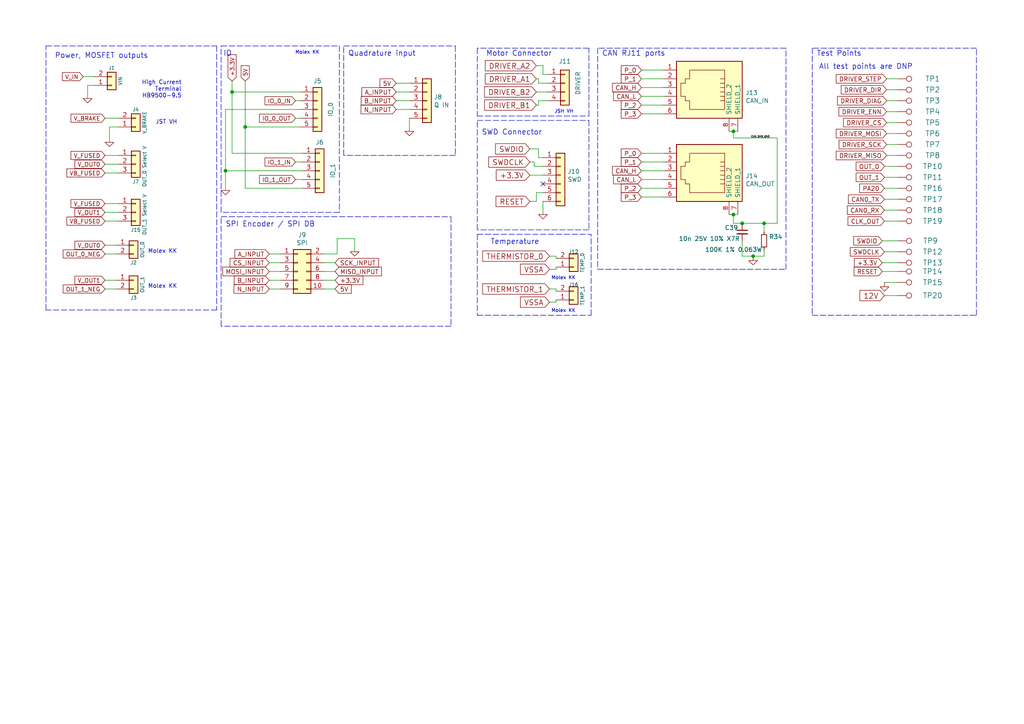
<source format=kicad_sch>
(kicad_sch (version 20211123) (generator eeschema)
  (paper "A4")
  (title_block (title "Duet 3 Expansion 1HCL") (date "2023-05-15") (rev "1.0a - AA-02-01") (company "Duet3D") (comment 1 "(c) Duet3D") (comment 2 "www.duet3d.com"))
  (lib_symbols
    (symbol "Connector:TestPoint" (pin_numbers hide) (pin_names (offset 0.762) hide)
      (property "Reference" "TP" (at 0 6.858 0))
      (property "Value" "TestPoint" (at 0 5.08 0))
      (symbol "TestPoint_0_1"
        (circle (center 0 3.302) (radius 0.762))
      )
      (symbol "TestPoint_1_1"
        (pin passive line (at 0 0 90) (length 2.54) (name "1") (number "1"))
      )
    )
    (symbol "Connector_Generic:Conn_01x02" (pin_names (offset 1.016) hide)
      (property "Reference" "J" (at 0 2.54 0))
      (property "Value" "Conn_01x02" (at 0 -5.08 0))
      (symbol "Conn_01x02_1_1"
        (rectangle (start -1.27 -2.413) (end 0 -2.667) (stroke (width 0.1524)))
        (rectangle (start -1.27 0.127) (end 0 -0.127) (stroke (width 0.1524)))
        (rectangle (start -1.27 1.27) (end 1.27 -3.81) (stroke (width 0.254)) (fill (type background)))
        (pin passive line (at -5.08 0 0) (length 3.81) (name "Pin_1") (number "1"))
        (pin passive line (at -5.08 -2.54 0) (length 3.81) (name "Pin_2") (number "2"))
      )
    )
    (symbol "Connector_Generic:Conn_01x03" (pin_names (offset 1.016) hide)
      (property "Reference" "J" (at 0 5.08 0))
      (property "Value" "Conn_01x03" (at 0 -5.08 0))
      (symbol "Conn_01x03_1_1"
        (rectangle (start -1.27 -2.413) (end 0 -2.667) (stroke (width 0.1524)))
        (rectangle (start -1.27 0.127) (end 0 -0.127) (stroke (width 0.1524)))
        (rectangle (start -1.27 2.667) (end 0 2.413) (stroke (width 0.1524)))
        (rectangle (start -1.27 3.81) (end 1.27 -3.81) (stroke (width 0.254)) (fill (type background)))
        (pin passive line (at -5.08 2.54 0) (length 3.81) (name "Pin_1") (number "1"))
        (pin passive line (at -5.08 0 0) (length 3.81) (name "Pin_2") (number "2"))
        (pin passive line (at -5.08 -2.54 0) (length 3.81) (name "Pin_3") (number "3"))
      )
    )
    (symbol "Connector_Generic:Conn_01x04" (pin_names (offset 1.016) hide)
      (property "Reference" "J" (at 0 5.08 0))
      (property "Value" "Conn_01x04" (at 0 -7.62 0))
      (symbol "Conn_01x04_1_1"
        (rectangle (start -1.27 -4.953) (end 0 -5.207) (stroke (width 0.1524)))
        (rectangle (start -1.27 -2.413) (end 0 -2.667) (stroke (width 0.1524)))
        (rectangle (start -1.27 0.127) (end 0 -0.127) (stroke (width 0.1524)))
        (rectangle (start -1.27 2.667) (end 0 2.413) (stroke (width 0.1524)))
        (rectangle (start -1.27 3.81) (end 1.27 -6.35) (stroke (width 0.254)) (fill (type background)))
        (pin passive line (at -5.08 2.54 0) (length 3.81) (name "Pin_1") (number "1"))
        (pin passive line (at -5.08 0 0) (length 3.81) (name "Pin_2") (number "2"))
        (pin passive line (at -5.08 -2.54 0) (length 3.81) (name "Pin_3") (number "3"))
        (pin passive line (at -5.08 -5.08 0) (length 3.81) (name "Pin_4") (number "4"))
      )
    )
    (symbol "Connector_Generic:Conn_01x05" (pin_names (offset 1.016) hide)
      (property "Reference" "J" (at 0 7.62 0))
      (property "Value" "Conn_01x05" (at 0 -7.62 0))
      (symbol "Conn_01x05_1_1"
        (rectangle (start -1.27 -4.953) (end 0 -5.207) (stroke (width 0.1524)))
        (rectangle (start -1.27 -2.413) (end 0 -2.667) (stroke (width 0.1524)))
        (rectangle (start -1.27 0.127) (end 0 -0.127) (stroke (width 0.1524)))
        (rectangle (start -1.27 2.667) (end 0 2.413) (stroke (width 0.1524)))
        (rectangle (start -1.27 5.207) (end 0 4.953) (stroke (width 0.1524)))
        (rectangle (start -1.27 6.35) (end 1.27 -6.35) (stroke (width 0.254)) (fill (type background)))
        (pin passive line (at -5.08 5.08 0) (length 3.81) (name "Pin_1") (number "1"))
        (pin passive line (at -5.08 2.54 0) (length 3.81) (name "Pin_2") (number "2"))
        (pin passive line (at -5.08 0 0) (length 3.81) (name "Pin_3") (number "3"))
        (pin passive line (at -5.08 -2.54 0) (length 3.81) (name "Pin_4") (number "4"))
        (pin passive line (at -5.08 -5.08 0) (length 3.81) (name "Pin_5") (number "5"))
      )
    )
    (symbol "Connector_Generic:Conn_01x06" (pin_names (offset 1.016) hide)
      (property "Reference" "J" (at 0 7.62 0))
      (property "Value" "Conn_01x06" (at 0 -10.16 0))
      (symbol "Conn_01x06_1_1"
        (rectangle (start -1.27 -7.493) (end 0 -7.747) (stroke (width 0.1524)))
        (rectangle (start -1.27 -4.953) (end 0 -5.207) (stroke (width 0.1524)))
        (rectangle (start -1.27 -2.413) (end 0 -2.667) (stroke (width 0.1524)))
        (rectangle (start -1.27 0.127) (end 0 -0.127) (stroke (width 0.1524)))
        (rectangle (start -1.27 2.667) (end 0 2.413) (stroke (width 0.1524)))
        (rectangle (start -1.27 5.207) (end 0 4.953) (stroke (width 0.1524)))
        (rectangle (start -1.27 6.35) (end 1.27 -8.89) (stroke (width 0.254)) (fill (type background)))
        (pin passive line (at -5.08 5.08 0) (length 3.81) (name "Pin_1") (number "1"))
        (pin passive line (at -5.08 2.54 0) (length 3.81) (name "Pin_2") (number "2"))
        (pin passive line (at -5.08 0 0) (length 3.81) (name "Pin_3") (number "3"))
        (pin passive line (at -5.08 -2.54 0) (length 3.81) (name "Pin_4") (number "4"))
        (pin passive line (at -5.08 -5.08 0) (length 3.81) (name "Pin_5") (number "5"))
        (pin passive line (at -5.08 -7.62 0) (length 3.81) (name "Pin_6") (number "6"))
      )
    )
    (symbol "Connector_Generic:Conn_02x05_Odd_Even" (pin_names (offset 1.016) hide)
      (property "Reference" "J" (at 1.27 7.62 0))
      (property "Value" "Conn_02x05_Odd_Even" (at 1.27 -7.62 0))
      (symbol "Conn_02x05_Odd_Even_1_1"
        (rectangle (start -1.27 -4.953) (end 0 -5.207) (stroke (width 0.1524)))
        (rectangle (start -1.27 -2.413) (end 0 -2.667) (stroke (width 0.1524)))
        (rectangle (start -1.27 0.127) (end 0 -0.127) (stroke (width 0.1524)))
        (rectangle (start -1.27 2.667) (end 0 2.413) (stroke (width 0.1524)))
        (rectangle (start -1.27 5.207) (end 0 4.953) (stroke (width 0.1524)))
        (rectangle (start -1.27 6.35) (end 3.81 -6.35) (stroke (width 0.254)) (fill (type background)))
        (rectangle (start 3.81 -4.953) (end 2.54 -5.207) (stroke (width 0.1524)))
        (rectangle (start 3.81 -2.413) (end 2.54 -2.667) (stroke (width 0.1524)))
        (rectangle (start 3.81 0.127) (end 2.54 -0.127) (stroke (width 0.1524)))
        (rectangle (start 3.81 2.667) (end 2.54 2.413) (stroke (width 0.1524)))
        (rectangle (start 3.81 5.207) (end 2.54 4.953) (stroke (width 0.1524)))
        (pin passive line (at -5.08 5.08 0) (length 3.81) (name "Pin_1") (number "1"))
        (pin passive line (at 7.62 -5.08 180) (length 3.81) (name "Pin_10") (number "10"))
        (pin passive line (at 7.62 5.08 180) (length 3.81) (name "Pin_2") (number "2"))
        (pin passive line (at -5.08 2.54 0) (length 3.81) (name "Pin_3") (number "3"))
        (pin passive line (at 7.62 2.54 180) (length 3.81) (name "Pin_4") (number "4"))
        (pin passive line (at -5.08 0 0) (length 3.81) (name "Pin_5") (number "5"))
        (pin passive line (at 7.62 0 180) (length 3.81) (name "Pin_6") (number "6"))
        (pin passive line (at -5.08 -2.54 0) (length 3.81) (name "Pin_7") (number "7"))
        (pin passive line (at 7.62 -2.54 180) (length 3.81) (name "Pin_8") (number "8"))
        (pin passive line (at -5.08 -5.08 0) (length 3.81) (name "Pin_9") (number "9"))
      )
    )
    (symbol "Device:C_Small" (pin_numbers hide) (pin_names (offset 0.254) hide)
      (property "Reference" "C" (at 0.254 1.778 0))
      (property "Value" "C_Small" (at 0.254 -2.032 0))
      (symbol "C_Small_0_1"
        (polyline (pts (xy -1.524 -0.508) (xy 1.524 -0.508)) (stroke (width 0.3302)))
        (polyline (pts (xy -1.524 0.508) (xy 1.524 0.508)) (stroke (width 0.3048)))
      )
      (symbol "C_Small_1_1"
        (pin passive line (at 0 2.54 270) (length 2.032) (name "~") (number "1"))
        (pin passive line (at 0 -2.54 90) (length 2.032) (name "~") (number "2"))
      )
    )
    (symbol "Device:R_Small" (pin_numbers hide) (pin_names (offset 0.254) hide)
      (property "Reference" "R" (at 0.762 0.508 0))
      (property "Value" "R_Small" (at 0.762 -1.016 0))
      (symbol "R_Small_0_1"
        (rectangle (start -0.762 1.778) (end 0.762 -1.778) (stroke (width 0.2032)))
      )
      (symbol "R_Small_1_1"
        (pin passive line (at 0 2.54 270) (length 0.762) (name "~") (number "1"))
        (pin passive line (at 0 -2.54 90) (length 0.762) (name "~") (number "2"))
      )
    )
    (symbol "Duet3:GND" (power) (pin_numbers hide) (pin_names (offset 0) hide)
      (symbol "GND_0_1"
        (polyline (pts (xy -1.27 0) (xy 0 -1.27) (xy 1.27 0) (xy -1.27 0)))
      )
      (symbol "GND_1_1"
        (pin power_in line (at 0 0 90) (length 0) hide (name "GND") (number "1"))
      )
    )
    (symbol "Duet3:RJ12-Connector_Specialized" (pin_names (offset 1.016))
      (property "Reference" "J" (at 5.08 12.7 0))
      (property "Value" "RJ12-Connector_Specialized" (at -3.81 12.7 0))
      (symbol "RJ12-Connector_Specialized_0_1"
        (polyline (pts (xy -2.54 6.35) (xy -2.54 5.08) (xy -2.54 5.08)))
        (polyline (pts (xy -1.27 6.35) (xy -1.27 5.08) (xy -1.27 5.08)))
        (polyline (pts (xy 0 6.35) (xy 0 5.08) (xy 0 5.08)))
        (polyline (pts (xy 1.27 6.35) (xy 1.27 5.08) (xy 1.27 5.08)))
        (polyline (pts (xy 2.54 6.35) (xy 2.54 5.08) (xy 2.54 5.08)))
        (polyline (pts (xy 3.81 5.08) (xy 3.81 6.35) (xy 3.81 6.35)))
        (polyline (pts (xy -5.08 6.35) (xy 6.35 6.35) (xy 6.35 -3.81) (xy 3.81 -3.81) (xy 3.81 -5.08) (xy 2.54 -5.08) (xy 2.54 -6.35) (xy -1.27 -6.35) (xy -1.27 -5.08) (xy -2.54 -5.08) (xy -2.54 -3.81) (xy -5.08 -3.81) (xy -5.08 6.35) (xy -5.08 6.35)))
        (rectangle (start 8.89 -7.62) (end -7.62 11.43) (stroke (width 0.254)) (fill (type background)))
      )
      (symbol "RJ12-Connector_Specialized_1_1"
        (pin passive line (at -5.08 -11.43 90) (length 3.81) (name "~") (number "1"))
        (pin passive line (at -2.54 -11.43 90) (length 3.81) (name "~") (number "2"))
        (pin passive line (at 0 -11.43 90) (length 3.81) (name "~") (number "3"))
        (pin passive line (at 2.54 -11.43 90) (length 3.81) (name "~") (number "4"))
        (pin passive line (at 5.08 -11.43 90) (length 3.81) (name "~") (number "5"))
        (pin passive line (at 7.62 -11.43 90) (length 3.81) (name "~") (number "6"))
        (pin passive line (at 12.7 10.16 180) (length 3.81) (name "SHIELD_1") (number "7"))
        (pin passive line (at 12.7 7.62 180) (length 3.81) (name "SHIELD_2") (number "8"))
      )
    )
    (symbol "GND_1" (power) (pin_numbers hide) (pin_names (offset 0) hide)
      (property "Value" "GND_1" (at 0 -3.81 0))
      (symbol "GND_1_0_1"
        (polyline (pts (xy 0 0) (xy 0 -1.27) (xy 1.27 -1.27) (xy 0 -2.54) (xy -1.27 -1.27) (xy 0 -1.27)))
      )
      (symbol "GND_1_1_1"
        (pin power_in line (at 0 0 270) (length 0) hide (name "GND") (number "1"))
      )
    )
    (symbol "GND_2" (power) (pin_numbers hide) (pin_names (offset 0) hide)
      (symbol "GND_2_0_1"
        (polyline (pts (xy -1.27 0) (xy 0 -1.27) (xy 1.27 0) (xy -1.27 0)))
      )
      (symbol "GND_2_1_1"
        (pin power_in line (at 0 0 90) (length 0) hide (name "GND") (number "1"))
      )
    )
    (symbol "GND_3" (power) (pin_numbers hide) (pin_names (offset 0) hide)
      (symbol "GND_3_0_1"
        (polyline (pts (xy -1.27 0) (xy 0 -1.27) (xy 1.27 0) (xy -1.27 0)))
      )
      (symbol "GND_3_1_1"
        (pin power_in line (at 0 0 90) (length 0) hide (name "GND") (number "1"))
      )
    )
    (symbol "GND_4" (power) (pin_numbers hide) (pin_names (offset 0) hide)
      (symbol "GND_4_0_1"
        (polyline (pts (xy -1.27 0) (xy 0 -1.27) (xy 1.27 0) (xy -1.27 0)))
      )
      (symbol "GND_4_1_1"
        (pin power_in line (at 0 0 90) (length 0) hide (name "GND") (number "1"))
      )
    )
    (symbol "GND_5" (power) (pin_numbers hide) (pin_names (offset 0) hide)
      (symbol "GND_5_0_1"
        (polyline (pts (xy -1.27 0) (xy 0 -1.27) (xy 1.27 0) (xy -1.27 0)))
      )
      (symbol "GND_5_1_1"
        (pin power_in line (at 0 0 90) (length 0) hide (name "GND") (number "1"))
      )
    )
    (symbol "GND_6" (power) (pin_numbers hide) (pin_names (offset 0) hide)
      (symbol "GND_6_0_1"
        (polyline (pts (xy -1.27 0) (xy 0 -1.27) (xy 1.27 0) (xy -1.27 0)))
      )
      (symbol "GND_6_1_1"
        (pin power_in line (at 0 0 90) (length 0) hide (name "GND") (number "1"))
      )
    )
    (symbol "power:GND" (power) (pin_numbers hide) (pin_names (offset 0) hide)
      (property "Value" "GND" (at 0 -3.81 0))
      (symbol "GND_0_1"
        (polyline (pts (xy 0 0) (xy 0 -1.27) (xy 1.27 -1.27) (xy 0 -2.54) (xy -1.27 -1.27) (xy 0 -1.27)))
      )
      (symbol "GND_1_1"
        (pin power_in line (at 0 0 270) (length 0) hide (name "GND") (number "1"))
      )
    )
  )
  (junction (at 218.44 74.295))
  (junction (at 71.12 36.83))
  (junction (at 67.31 26.67))
  (junction (at 212.725 62.23))
  (junction (at 221.615 64.77))
  (junction (at 212.725 38.1))
  (junction (at 215.265 64.77))
  (junction (at 65.405 49.53))
  (no_connect (at 157.48 53.34))
  (wire (pts (xy 153.67 58.42) (xy 155.575 58.42)))
  (wire (pts (xy 25.4 24.765) (xy 27.305 24.765)))
  (wire (pts (xy 215.265 69.85) (xy 215.265 74.295)))
  (wire (pts (xy 161.29 83.82) (xy 161.29 84.455)))
  (polyline (pts (xy 227.965 13.97) (xy 173.355 13.97)))
  (wire (pts (xy 78.105 78.74) (xy 81.28 78.74)))
  (polyline (pts (xy 98.425 13.335) (xy 98.425 61.595)))
  (wire (pts (xy 65.405 31.75) (xy 65.405 49.53)))
  (wire (pts (xy 260.35 26.035) (xy 257.175 26.035)))
  (wire (pts (xy 212.725 40.005) (xy 212.725 38.1)))
  (wire (pts (xy 81.28 73.66) (xy 78.105 73.66)))
  (wire (pts (xy 260.35 41.91) (xy 257.175 41.91)))
  (wire (pts (xy 85.725 46.99) (xy 87.63 46.99)))
  (wire (pts (xy 114.935 31.75) (xy 118.745 31.75)))
  (wire (pts (xy 97.155 83.82) (xy 93.98 83.82)))
  (polyline (pts (xy 173.355 78.105) (xy 227.965 78.105)))
  (polyline (pts (xy 283.21 91.44) (xy 283.21 13.97)))
  (wire (pts (xy 260.35 64.135) (xy 256.54 64.135)))
  (polyline (pts (xy 130.81 62.865) (xy 130.81 94.615)))
  (polyline (pts (xy 173.355 13.97) (xy 173.355 78.105)))
  (wire (pts (xy 155.575 26.67) (xy 158.75 26.67)))
  (wire (pts (xy 97.155 78.74) (xy 93.98 78.74)))
  (polyline (pts (xy 138.43 67.945) (xy 171.45 67.945)))
  (wire (pts (xy 155.575 19.05) (xy 157.48 19.05)))
  (polyline (pts (xy 64.135 94.615) (xy 64.135 62.865)))
  (wire (pts (xy 67.31 44.45) (xy 67.31 26.67)))
  (polyline (pts (xy 62.865 13.335) (xy 62.865 89.916)))
  (wire (pts (xy 155.575 55.88) (xy 157.48 55.88)))
  (wire (pts (xy 156.21 24.13) (xy 156.21 22.86)))
  (wire (pts (xy 102.87 69.215) (xy 97.79 69.215)))
  (polyline (pts (xy 64.135 62.865) (xy 130.81 62.865)))
  (polyline (pts (xy 132.08 45.085) (xy 99.695 45.085)))
  (polyline (pts (xy 98.425 61.595) (xy 64.135 61.595)))
  (wire (pts (xy 30.48 81.28) (xy 33.655 81.28)))
  (wire (pts (xy 260.35 69.85) (xy 255.905 69.85)))
  (wire (pts (xy 86.995 34.29) (xy 85.725 34.29)))
  (wire (pts (xy 186.055 49.53) (xy 192.405 49.53)))
  (polyline (pts (xy 171.45 91.44) (xy 171.45 67.945)))
  (polyline (pts (xy 138.43 67.945) (xy 138.43 91.44)))
  (wire (pts (xy 102.87 69.215) (xy 102.87 73.025)))
  (wire (pts (xy 34.29 34.29) (xy 30.48 34.29)))
  (wire (pts (xy 93.98 76.2) (xy 97.155 76.2)))
  (polyline (pts (xy 170.815 33.655) (xy 170.815 13.97)))
  (wire (pts (xy 30.48 61.595) (xy 34.29 61.595)))
  (wire (pts (xy 118.745 34.29) (xy 118.745 38.1)))
  (wire (pts (xy 34.29 36.83) (xy 31.75 36.83)))
  (polyline (pts (xy 62.865 89.916) (xy 13.335 89.916)))
  (polyline (pts (xy 170.815 34.925) (xy 170.815 66.675)))
  (wire (pts (xy 30.48 73.66) (xy 33.655 73.66)))
  (wire (pts (xy 86.995 29.21) (xy 85.725 29.21)))
  (wire (pts (xy 34.29 50.165) (xy 30.48 50.165)))
  (wire (pts (xy 212.725 62.23) (xy 212.725 64.77)))
  (polyline (pts (xy 235.585 13.97) (xy 235.585 91.44)))
  (wire (pts (xy 186.055 33.02) (xy 192.405 33.02)))
  (wire (pts (xy 260.35 29.21) (xy 257.175 29.21)))
  (wire (pts (xy 71.12 54.61) (xy 87.63 54.61)))
  (polyline (pts (xy 138.43 13.97) (xy 138.43 33.655)))
  (wire (pts (xy 260.35 45.085) (xy 257.175 45.085)))
  (wire (pts (xy 114.935 24.13) (xy 118.745 24.13)))
  (polyline (pts (xy 170.815 66.675) (xy 138.43 66.675)))
  (wire (pts (xy 186.055 54.61) (xy 192.405 54.61)))
  (wire (pts (xy 30.48 47.625) (xy 34.29 47.625)))
  (wire (pts (xy 260.35 35.56) (xy 257.175 35.56)))
  (wire (pts (xy 156.21 43.18) (xy 153.67 43.18)))
  (wire (pts (xy 81.28 81.28) (xy 78.105 81.28)))
  (polyline (pts (xy 138.43 33.655) (xy 170.815 33.655)))
  (wire (pts (xy 114.935 26.67) (xy 118.745 26.67)))
  (wire (pts (xy 256.54 60.96) (xy 260.35 60.96)))
  (wire (pts (xy 67.31 44.45) (xy 87.63 44.45)))
  (wire (pts (xy 186.055 25.4) (xy 192.405 25.4)))
  (wire (pts (xy 256.54 81.915) (xy 260.35 81.915)))
  (wire (pts (xy 221.615 64.77) (xy 225.425 64.77)))
  (wire (pts (xy 65.405 31.75) (xy 86.995 31.75)))
  (wire (pts (xy 155.575 58.42) (xy 155.575 55.88)))
  (wire (pts (xy 154.94 48.26) (xy 154.94 46.99)))
  (wire (pts (xy 186.055 22.86) (xy 192.405 22.86)))
  (wire (pts (xy 186.055 27.94) (xy 192.405 27.94)))
  (wire (pts (xy 186.055 30.48) (xy 192.405 30.48)))
  (polyline (pts (xy 99.695 45.085) (xy 99.695 13.335)))
  (wire (pts (xy 221.615 67.31) (xy 221.615 64.77)))
  (wire (pts (xy 30.48 83.82) (xy 33.655 83.82)))
  (wire (pts (xy 215.265 74.295) (xy 218.44 74.295)))
  (wire (pts (xy 30.48 45.085) (xy 34.29 45.085)))
  (wire (pts (xy 215.265 64.77) (xy 221.615 64.77)))
  (wire (pts (xy 221.615 74.295) (xy 221.615 72.39)))
  (wire (pts (xy 212.725 62.23) (xy 213.995 62.23)))
  (wire (pts (xy 157.48 50.8) (xy 153.67 50.8)))
  (wire (pts (xy 24.13 22.225) (xy 27.305 22.225)))
  (wire (pts (xy 159.385 83.82) (xy 161.29 83.82)))
  (wire (pts (xy 186.055 44.45) (xy 192.405 44.45)))
  (wire (pts (xy 211.455 38.1) (xy 212.725 38.1)))
  (wire (pts (xy 260.35 76.2) (xy 255.905 76.2)))
  (wire (pts (xy 256.54 54.61) (xy 260.35 54.61)))
  (polyline (pts (xy 13.335 89.916) (xy 13.335 13.335)))
  (wire (pts (xy 71.12 23.495) (xy 71.12 36.83)))
  (wire (pts (xy 87.63 52.07) (xy 85.725 52.07)))
  (wire (pts (xy 67.31 26.67) (xy 86.995 26.67)))
  (wire (pts (xy 161.29 74.295) (xy 161.29 74.93)))
  (wire (pts (xy 158.75 29.21) (xy 156.21 29.21)))
  (wire (pts (xy 186.055 20.32) (xy 192.405 20.32)))
  (wire (pts (xy 211.455 62.23) (xy 212.725 62.23)))
  (wire (pts (xy 161.29 87.63) (xy 161.29 86.995)))
  (wire (pts (xy 156.21 29.21) (xy 156.21 30.48)))
  (wire (pts (xy 97.155 81.28) (xy 93.98 81.28)))
  (wire (pts (xy 225.425 40.005) (xy 212.725 40.005)))
  (polyline (pts (xy 64.135 13.335) (xy 98.425 13.335)))
  (polyline (pts (xy 99.695 13.335) (xy 132.08 13.335)))
  (wire (pts (xy 260.35 32.385) (xy 257.175 32.385)))
  (wire (pts (xy 97.79 69.215) (xy 97.79 73.66)))
  (wire (pts (xy 186.055 52.07) (xy 192.405 52.07)))
  (wire (pts (xy 155.575 22.86) (xy 156.21 22.86)))
  (wire (pts (xy 154.94 46.99) (xy 153.67 46.99)))
  (wire (pts (xy 256.54 85.725) (xy 260.35 85.725)))
  (wire (pts (xy 78.105 76.2) (xy 81.28 76.2)))
  (wire (pts (xy 158.75 24.13) (xy 156.21 24.13)))
  (wire (pts (xy 71.12 36.83) (xy 71.12 54.61)))
  (wire (pts (xy 157.48 58.42) (xy 157.48 62.23)))
  (wire (pts (xy 156.21 30.48) (xy 155.575 30.48)))
  (wire (pts (xy 218.44 74.295) (xy 221.615 74.295)))
  (wire (pts (xy 78.105 83.82) (xy 81.28 83.82)))
  (wire (pts (xy 256.54 73.025) (xy 260.35 73.025)))
  (wire (pts (xy 156.21 45.72) (xy 156.21 43.18)))
  (wire (pts (xy 67.31 23.495) (xy 67.31 26.67)))
  (wire (pts (xy 212.725 38.1) (xy 213.995 38.1)))
  (wire (pts (xy 161.29 78.105) (xy 161.29 77.47)))
  (wire (pts (xy 159.385 74.295) (xy 161.29 74.295)))
  (wire (pts (xy 30.48 71.12) (xy 33.655 71.12)))
  (wire (pts (xy 260.35 38.735) (xy 257.175 38.735)))
  (polyline (pts (xy 13.335 13.335) (xy 62.865 13.335)))
  (wire (pts (xy 159.385 78.105) (xy 161.29 78.105)))
  (wire (pts (xy 157.48 48.26) (xy 154.94 48.26)))
  (wire (pts (xy 225.425 64.77) (xy 225.425 40.005)))
  (wire (pts (xy 25.4 28.575) (xy 25.4 24.765)))
  (wire (pts (xy 159.385 87.63) (xy 161.29 87.63)))
  (polyline (pts (xy 170.815 13.97) (xy 138.43 13.97)))
  (polyline (pts (xy 138.43 66.675) (xy 138.43 34.925)))
  (polyline (pts (xy 235.585 91.44) (xy 283.21 91.44)))
  (wire (pts (xy 212.725 64.77) (xy 215.265 64.77)))
  (polyline (pts (xy 283.21 13.97) (xy 235.585 13.97)))
  (wire (pts (xy 186.055 57.15) (xy 192.405 57.15)))
  (wire (pts (xy 71.12 36.83) (xy 86.995 36.83)))
  (wire (pts (xy 30.48 59.055) (xy 34.29 59.055)))
  (wire (pts (xy 157.48 45.72) (xy 156.21 45.72)))
  (polyline (pts (xy 130.81 94.615) (xy 64.135 94.615)))
  (wire (pts (xy 65.405 49.53) (xy 65.405 55.245)))
  (wire (pts (xy 260.35 57.785) (xy 256.54 57.785)))
  (polyline (pts (xy 64.135 61.595) (xy 64.135 13.335)))
  (wire (pts (xy 31.75 36.83) (xy 31.75 41.275)))
  (wire (pts (xy 34.29 64.135) (xy 30.48 64.135)))
  (wire (pts (xy 97.79 73.66) (xy 93.98 73.66)))
  (wire (pts (xy 87.63 49.53) (xy 65.405 49.53)))
  (polyline (pts (xy 227.965 78.105) (xy 227.965 13.97)))
  (polyline (pts (xy 138.43 34.925) (xy 170.815 34.925)))
  (wire (pts (xy 157.48 19.05) (xy 157.48 21.59)))
  (wire (pts (xy 157.48 21.59) (xy 158.75 21.59)))
  (wire (pts (xy 186.055 46.99) (xy 192.405 46.99)))
  (wire (pts (xy 118.745 29.21) (xy 114.935 29.21)))
  (polyline (pts (xy 138.43 91.44) (xy 171.45 91.44)))
  (wire (pts (xy 260.35 78.74) (xy 255.905 78.74)))
  (polyline (pts (xy 132.08 13.335) (xy 132.08 45.085)))
  (wire (pts (xy 260.35 48.26) (xy 256.54 48.26)))
  (wire (pts (xy 260.35 51.435) (xy 256.54 51.435)))
  (wire (pts (xy 260.35 22.86) (xy 257.175 22.86)))
  (text "Motor Connector" (at 140.97 16.51 0) (effects (font (size 1.524 1.524)) (justify left bottom)))
  (text "JSH VH" (at 166.37 33.02 180) (effects (font (size 0.9906 0.9906)) (justify right bottom)))
  (text "All test points are DNP" (at 237.49 20.32 0) (effects (font (size 1.524 1.524)) (justify left bottom)))
  (text "Power, MOSFET outputs" (at 15.875 17.145 0) (effects (font (size 1.524 1.524)) (justify left bottom)))
  (text "High Current\nTerminal\nHB9500-9.5" (at 52.705 28.575 180) (effects (font (size 1.1938 1.1938)) (justify right bottom)))
  (text "JST VH" (at 51.435 36.195 180) (effects (font (size 1.1938 1.1938)) (justify right bottom)))
  (text "Molex KK" (at 92.71 15.875 180) (effects (font (size 0.9906 0.9906)) (justify right bottom)))
  (text "Test Points" (at 236.855 16.51 0) (effects (font (size 1.524 1.524)) (justify left bottom)))
  (text "Molex KK" (at 167.005 81.28 180) (effects (font (size 0.9906 0.9906)) (justify right bottom)))
  (text "SPI Encoder / SPI DB" (at 65.405 66.04 0) (effects (font (size 1.524 1.524)) (justify left bottom)))
  (text "Quadrature input" (at 100.965 16.51 0) (effects (font (size 1.524 1.524)) (justify left bottom)))
  (text "Molex KK" (at 167.005 90.805 180) (effects (font (size 0.9906 0.9906)) (justify right bottom)))
  (text "CAN RJ11 ports" (at 174.625 16.51 0) (effects (font (size 1.524 1.524)) (justify left bottom)))
  (text "Temperature" (at 142.24 71.12 0) (effects (font (size 1.524 1.524)) (justify left bottom)))
  (text "IO" (at 64.77 16.51 0) (effects (font (size 1.524 1.524)) (justify left bottom)))
  (text "Molex KK" (at 51.435 73.66 180) (effects (font (size 1.1938 1.1938)) (justify right bottom)))
  (text "Molex KK" (at 51.435 83.82 180) (effects (font (size 1.1938 1.1938)) (justify right bottom)))
  (text "SWD Connector " (at 139.7 39.37 0) (effects (font (size 1.524 1.524)) (justify left bottom)))
  (label "CAN_SHD_GND" (at 217.805 40.005 0) (effects (font (size 0.508 0.508))))
  (global_label "DRIVER_STEP" (shape input) (at 257.175 22.86 180) (property "Intersheet References" "${INTERSHEET_REFS}" (effects hide)))
  (global_label "A_INPUT" (shape input) (at 78.105 73.66 180) (property "Intersheet References" "${INTERSHEET_REFS}" (effects hide)))
  (global_label "VSSA" (shape input) (at 159.385 87.63 180) (effects (font (size 1.524 1.524))) (property "Intersheet References" "${INTERSHEET_REFS}" (effects hide)))
  (global_label "V_OUT0" (shape input) (at 30.48 71.12 180) (effects (font (size 1.1938 1.1938))) (property "Intersheet References" "${INTERSHEET_REFS}" (effects hide)))
  (global_label "DRIVER_MISO" (shape input) (at 257.175 45.085 180) (property "Intersheet References" "${INTERSHEET_REFS}" (effects hide)))
  (global_label "VB_FUSED" (shape input) (at 30.48 50.165 180) (effects (font (size 1.1938 1.1938))) (property "Intersheet References" "${INTERSHEET_REFS}" (effects hide)))
  (global_label "SWDIO" (shape input) (at 153.67 43.18 180) (effects (font (size 1.524 1.524))) (property "Intersheet References" "${INTERSHEET_REFS}" (effects hide)))
  (global_label "SCK_INPUT" (shape input) (at 97.155 76.2 0) (property "Intersheet References" "${INTERSHEET_REFS}" (effects hide)))
  (global_label "IO_1_IN" (shape input) (at 85.725 46.99 180) (effects (font (size 1.1938 1.1938))) (property "Intersheet References" "${INTERSHEET_REFS}" (effects hide)))
  (global_label "CS_INPUT" (shape input) (at 78.105 76.2 180) (property "Intersheet References" "${INTERSHEET_REFS}" (effects hide)))
  (global_label "V_BRAKE" (shape input) (at 30.48 34.29 180) (effects (font (size 1.1938 1.1938))) (property "Intersheet References" "${INTERSHEET_REFS}" (effects hide)))
  (global_label "CAN_H" (shape input) (at 186.055 25.4 180) (property "Intersheet References" "${INTERSHEET_REFS}" (effects hide)))
  (global_label "PA20" (shape input) (at 256.54 54.61 180) (property "Intersheet References" "${INTERSHEET_REFS}" (effects hide)))
  (global_label "SWDCLK" (shape input) (at 256.54 73.025 180) (property "Intersheet References" "${INTERSHEET_REFS}" (effects hide)))
  (global_label "P_1" (shape input) (at 186.055 46.99 180) (property "Intersheet References" "${INTERSHEET_REFS}" (effects hide)))
  (global_label "CAN0_RX" (shape input) (at 256.54 60.96 180) (property "Intersheet References" "${INTERSHEET_REFS}" (effects hide)))
  (global_label "DRIVER_B1" (shape input) (at 155.575 30.48 180) (effects (font (size 1.524 1.524))) (property "Intersheet References" "${INTERSHEET_REFS}" (effects hide)))
  (global_label "THERMISTOR_1" (shape input) (at 159.385 83.82 180) (effects (font (size 1.524 1.524))) (property "Intersheet References" "${INTERSHEET_REFS}" (effects hide)))
  (global_label "CAN0_TX" (shape input) (at 256.54 57.785 180) (property "Intersheet References" "${INTERSHEET_REFS}" (effects hide)))
  (global_label "V_OUT1" (shape input) (at 30.48 81.28 180) (effects (font (size 1.1938 1.1938))) (property "Intersheet References" "${INTERSHEET_REFS}" (effects hide)))
  (global_label "DRIVER_ENN" (shape input) (at 257.175 32.385 180) (property "Intersheet References" "${INTERSHEET_REFS}" (effects hide)))
  (global_label "DRIVER_DIAG" (shape input) (at 257.175 29.21 180) (property "Intersheet References" "${INTERSHEET_REFS}" (effects hide)))
  (global_label "CAN_L" (shape input) (at 186.055 52.07 180) (property "Intersheet References" "${INTERSHEET_REFS}" (effects hide)))
  (global_label "OUT_1" (shape input) (at 256.54 51.435 180) (property "Intersheet References" "${INTERSHEET_REFS}" (effects hide)))
  (global_label "MISO_INPUT" (shape input) (at 97.155 78.74 0) (property "Intersheet References" "${INTERSHEET_REFS}" (effects hide)))
  (global_label "IO_0_IN" (shape input) (at 85.725 29.21 180) (effects (font (size 1.1938 1.1938))) (property "Intersheet References" "${INTERSHEET_REFS}" (effects hide)))
  (global_label "IO_0_OUT" (shape input) (at 85.725 34.29 180) (effects (font (size 1.1938 1.1938))) (property "Intersheet References" "${INTERSHEET_REFS}" (effects hide)))
  (global_label "+3.3V" (shape input) (at 255.905 76.2 180) (property "Intersheet References" "${INTERSHEET_REFS}" (effects hide)))
  (global_label "OUT_0_NEG" (shape input) (at 30.48 73.66 180) (effects (font (size 1.1938 1.1938))) (property "Intersheet References" "${INTERSHEET_REFS}" (effects hide)))
  (global_label "N_INPUT" (shape input) (at 78.105 83.82 180) (property "Intersheet References" "${INTERSHEET_REFS}" (effects hide)))
  (global_label "N_INPUT" (shape input) (at 114.935 31.75 180) (property "Intersheet References" "${INTERSHEET_REFS}" (effects hide)))
  (global_label "OUT_1_NEG" (shape input) (at 30.48 83.82 180) (effects (font (size 1.1938 1.1938))) (property "Intersheet References" "${INTERSHEET_REFS}" (effects hide)))
  (global_label "VB_FUSED" (shape input) (at 30.48 64.135 180) (effects (font (size 1.1938 1.1938))) (property "Intersheet References" "${INTERSHEET_REFS}" (effects hide)))
  (global_label "A_INPUT" (shape input) (at 114.935 26.67 180) (property "Intersheet References" "${INTERSHEET_REFS}" (effects hide)))
  (global_label "V_OUT0" (shape input) (at 30.48 47.625 180) (effects (font (size 1.1938 1.1938))) (property "Intersheet References" "${INTERSHEET_REFS}" (effects hide)))
  (global_label "RESET" (shape input) (at 153.67 58.42 180) (effects (font (size 1.524 1.524))) (property "Intersheet References" "${INTERSHEET_REFS}" (effects hide)))
  (global_label "DRIVER_SCK" (shape input) (at 257.175 41.91 180) (property "Intersheet References" "${INTERSHEET_REFS}" (effects hide)))
  (global_label "SWDCLK" (shape input) (at 153.67 46.99 180) (effects (font (size 1.524 1.524))) (property "Intersheet References" "${INTERSHEET_REFS}" (effects hide)))
  (global_label "DRIVER_MOSI" (shape input) (at 257.175 38.735 180) (property "Intersheet References" "${INTERSHEET_REFS}" (effects hide)))
  (global_label "B_INPUT" (shape input) (at 78.105 81.28 180) (property "Intersheet References" "${INTERSHEET_REFS}" (effects hide)))
  (global_label "DRIVER_A1" (shape input) (at 155.575 22.86 180) (effects (font (size 1.524 1.524))) (property "Intersheet References" "${INTERSHEET_REFS}" (effects hide)))
  (global_label "P_2" (shape input) (at 186.055 54.61 180) (property "Intersheet References" "${INTERSHEET_REFS}" (effects hide)))
  (global_label "+3.3V" (shape input) (at 97.155 81.28 0) (property "Intersheet References" "${INTERSHEET_REFS}" (effects hide)))
  (global_label "MOSI_INPUT" (shape input) (at 78.105 78.74 180) (property "Intersheet References" "${INTERSHEET_REFS}" (effects hide)))
  (global_label "P_0" (shape input) (at 186.055 44.45 180) (property "Intersheet References" "${INTERSHEET_REFS}" (effects hide)))
  (global_label "CAN_L" (shape input) (at 186.055 27.94 180) (property "Intersheet References" "${INTERSHEET_REFS}" (effects hide)))
  (global_label "+3.3V" (shape input) (at 67.31 23.495 90) (effects (font (size 1.1938 1.1938))) (property "Intersheet References" "${INTERSHEET_REFS}" (effects hide)))
  (global_label "P_3" (shape input) (at 186.055 33.02 180) (property "Intersheet References" "${INTERSHEET_REFS}" (effects hide)))
  (global_label "B_INPUT" (shape input) (at 114.935 29.21 180) (property "Intersheet References" "${INTERSHEET_REFS}" (effects hide)))
  (global_label "+3.3V" (shape input) (at 153.67 50.8 180) (effects (font (size 1.524 1.524))) (property "Intersheet References" "${INTERSHEET_REFS}" (effects hide)))
  (global_label "P_1" (shape input) (at 186.055 22.86 180) (property "Intersheet References" "${INTERSHEET_REFS}" (effects hide)))
  (global_label "OUT_0" (shape input) (at 256.54 48.26 180) (property "Intersheet References" "${INTERSHEET_REFS}" (effects hide)))
  (global_label "DRIVER_CS" (shape input) (at 257.175 35.56 180) (property "Intersheet References" "${INTERSHEET_REFS}" (effects hide)))
  (global_label "P_3" (shape input) (at 186.055 57.15 180) (property "Intersheet References" "${INTERSHEET_REFS}" (effects hide)))
  (global_label "5V" (shape input) (at 71.12 23.495 90) (effects (font (size 1.1938 1.1938))) (property "Intersheet References" "${INTERSHEET_REFS}" (effects hide)))
  (global_label "DRIVER_A2" (shape input) (at 155.575 19.05 180) (effects (font (size 1.524 1.524))) (property "Intersheet References" "${INTERSHEET_REFS}" (effects hide)))
  (global_label "CAN_H" (shape input) (at 186.055 49.53 180) (property "Intersheet References" "${INTERSHEET_REFS}" (effects hide)))
  (global_label "P_2" (shape input) (at 186.055 30.48 180) (property "Intersheet References" "${INTERSHEET_REFS}" (effects hide)))
  (global_label "THERMISTOR_0" (shape input) (at 159.385 74.295 180) (effects (font (size 1.524 1.524))) (property "Intersheet References" "${INTERSHEET_REFS}" (effects hide)))
  (global_label "RESET" (shape input) (at 255.905 78.74 180) (property "Intersheet References" "${INTERSHEET_REFS}" (effects hide)))
  (global_label "V_FUSED" (shape input) (at 30.48 45.085 180) (effects (font (size 1.1938 1.1938))) (property "Intersheet References" "${INTERSHEET_REFS}" (effects hide)))
  (global_label "V_IN" (shape input) (at 24.13 22.225 180) (effects (font (size 1.1938 1.1938))) (property "Intersheet References" "${INTERSHEET_REFS}" (effects hide)))
  (global_label "5V" (shape input) (at 114.935 24.13 180) (property "Intersheet References" "${INTERSHEET_REFS}" (effects hide)))
  (global_label "5V" (shape input) (at 97.155 83.82 0) (property "Intersheet References" "${INTERSHEET_REFS}" (effects hide)))
  (global_label "DRIVER_DIR" (shape input) (at 257.175 26.035 180) (property "Intersheet References" "${INTERSHEET_REFS}" (effects hide)))
  (global_label "IO_1_OUT" (shape input) (at 85.725 52.07 180) (effects (font (size 1.1938 1.1938))) (property "Intersheet References" "${INTERSHEET_REFS}" (effects hide)))
  (global_label "DRIVER_B2" (shape input) (at 155.575 26.67 180) (effects (font (size 1.524 1.524))) (property "Intersheet References" "${INTERSHEET_REFS}" (effects hide)))
  (global_label "SWDIO" (shape input) (at 255.905 69.85 180) (property "Intersheet References" "${INTERSHEET_REFS}" (effects hide)))
  (global_label "VSSA" (shape input) (at 159.385 78.105 180) (effects (font (size 1.524 1.524))) (property "Intersheet References" "${INTERSHEET_REFS}" (effects hide)))
  (global_label "V_OUT1" (shape input) (at 30.48 61.595 180) (effects (font (size 1.1938 1.1938))) (property "Intersheet References" "${INTERSHEET_REFS}" (effects hide)))
  (global_label "P_0" (shape input) (at 186.055 20.32 180) (property "Intersheet References" "${INTERSHEET_REFS}" (effects hide)))
  (global_label "CLK_OUT" (shape input) (at 256.54 64.135 180) (property "Intersheet References" "${INTERSHEET_REFS}" (effects hide)))
  (global_label "V_FUSED" (shape input) (at 30.48 59.055 180) (effects (font (size 1.1938 1.1938))) (property "Intersheet References" "${INTERSHEET_REFS}" (effects hide)))
  (global_label "12V" (shape input) (at 256.54 85.725 180) (effects (font (size 1.524 1.524))) (property "Intersheet References" "${INTERSHEET_REFS}" (effects hide)))
  (symbol (lib_id "Connector_Generic:Conn_01x02") (at 166.37 77.47 0) (mirror x) (unit 1)
    (property "Reference" "J12" (at 166.37 73.025 0) (effects (font (size 1.016 1.016))))
    (property "Value" "TEMP_0" (at 168.91 76.2 90) (effects (font (size 1.016 1.016))))
    (property "Footprint" "Connector_Molex:Wurth_61900211121-1x02_P2.54mm_Vertical-(Molex_KK-254_AE-6410-02Acompatible)" (effects hide))
    (property "Part Number" "61900211121" (effects hide))
  )
  (symbol (lib_id "Connector_Generic:Conn_01x04") (at 163.83 24.13 0) (unit 1)
    (property "Reference" "J11" (at 163.83 17.78 0))
    (property "Value" "DRIVER" (at 167.64 24.13 90))
    (property "Footprint" "Connector_JST:JST_VH_B4P-VH_1x04_P3.96mm_Vertical" (effects hide))
    (property "Part Number" "B4P-VH(LF)(SN)" (effects hide))
  )
  (symbol (lib_id "Connector:TestPoint") (at 260.35 48.26 270) (unit 1) (in_bom no)
    (property "Reference" "TP10" (at 270.51 48.26 90) (effects (font (size 1.524 1.524))))
    (property "Value" "OUT_0" (effects hide))
    (property "Footprint" "TestPoint:TestPoint_Pad_D2.0mm" (effects hide))
    (property "Part Number" "virtual component - DNP" (effects hide))
  )
  (symbol (lib_id "Connector:TestPoint") (at 260.35 51.435 270) (unit 1) (in_bom no)
    (property "Reference" "TP11" (at 270.51 51.435 90) (effects (font (size 1.524 1.524))))
    (property "Value" "OUT_1" (effects hide))
    (property "Footprint" "TestPoint:TestPoint_Pad_D2.0mm" (effects hide))
    (property "Part Number" "virtual component - DNP" (effects hide))
  )
  (symbol (lib_id "Connector_Generic:Conn_01x02") (at 32.385 24.765 0) (mirror x) (unit 1)
    (property "Reference" "J1" (at 32.385 19.685 0) (effects (font (size 1.016 1.016))))
    (property "Value" "VIN" (at 34.925 23.495 90) (effects (font (size 1.016 1.016))))
    (property "Footprint" "complib:screwt-barrier-9.5mm-1x2" (effects hide))
    (property "Part Number" " HB950-9.50-2P" (effects hide))
  )
  (symbol (lib_id "Connector_Generic:Conn_01x06") (at 162.56 50.8 0) (unit 1)
    (property "Reference" "J10" (at 164.592 49.7332 0) (effects (justify left)))
    (property "Value" "SWD" (at 164.592 52.0446 0) (effects (justify left)))
    (property "Footprint" "complib:JST_ZH_1x06_P1.5_B6B-ZR-SM4-TF" (effects hide))
    (property "Part Number" "B6B-ZR(LF)(SN) " (effects hide))
  )
  (symbol (lib_id "Connector_Generic:Conn_01x05") (at 92.075 31.75 0) (unit 1)
    (property "Reference" "J5" (at 92.075 23.495 0))
    (property "Value" "IO_0" (at 95.885 31.75 90))
    (property "Footprint" "Connector_Molex:Wurth_61900511121-1x05_P2.54mm_Vertical(Molex_KK-254_AE-6410-05A_Compatibe)" (effects hide))
    (property "Part Number" "61900511121" (effects hide))
  )
  (symbol (lib_name "GND_2") (lib_id "Duet3:GND") (at 157.48 62.23 0) (unit 1)
    (property "Reference" "#PWR025" (effects hide))
    (property "Value" "GND" (effects hide))
  )
  (symbol (lib_id "Connector:TestPoint") (at 260.35 22.86 270) (unit 1) (in_bom no)
    (property "Reference" "TP1" (at 270.51 22.86 90) (effects (font (size 1.524 1.524))))
    (property "Value" "STEP" (effects hide))
    (property "Footprint" "TestPoint:TestPoint_Pad_D2.0mm" (effects hide))
    (property "Part Number" "virtual component - DNP" (effects hide))
  )
  (symbol (lib_id "Connector:TestPoint") (at 260.35 26.035 270) (unit 1) (in_bom no)
    (property "Reference" "TP2" (at 270.51 26.035 90) (effects (font (size 1.524 1.524))))
    (property "Value" "DIR" (effects hide))
    (property "Footprint" "TestPoint:TestPoint_Pad_D2.0mm" (effects hide))
    (property "Part Number" "virtual component - DNP" (effects hide))
  )
  (symbol (lib_id "Connector:TestPoint") (at 260.35 29.21 270) (unit 1) (in_bom no)
    (property "Reference" "TP3" (at 270.51 29.21 90) (effects (font (size 1.524 1.524))))
    (property "Value" "DIAG" (effects hide))
    (property "Footprint" "TestPoint:TestPoint_Pad_D2.0mm" (effects hide))
    (property "Part Number" "virtual component - DNP" (effects hide))
  )
  (symbol (lib_id "Connector:TestPoint") (at 260.35 32.385 270) (unit 1) (in_bom no)
    (property "Reference" "TP4" (at 270.51 32.385 90) (effects (font (size 1.524 1.524))))
    (property "Value" "ENN" (effects hide))
    (property "Footprint" "TestPoint:TestPoint_Pad_D2.0mm" (effects hide))
    (property "Part Number" "virtual component - DNP" (effects hide))
  )
  (symbol (lib_id "Duet3:RJ12-Connector_Specialized") (at 203.835 25.4 270) (unit 1)
    (property "Reference" "J13" (at 216.2048 26.8986 90) (effects (justify left)))
    (property "Value" "CAN_IN" (at 216.2048 29.21 90) (effects (justify left)))
    (property "Footprint" "complib:RJ11_6P6C_half_shield" (effects hide))
    (property "Part Number" "Wurth 615 006 143 421 or equivalent" (effects hide))
  )
  (symbol (lib_id "Duet3:RJ12-Connector_Specialized") (at 203.835 49.53 270) (unit 1)
    (property "Reference" "J14" (at 216.2048 51.0286 90) (effects (justify left)))
    (property "Value" "CAN_OUT" (at 216.2048 53.34 90) (effects (justify left)))
    (property "Footprint" "complib:RJ11_6P6C_half_shield" (effects hide))
    (property "Part Number" "Wurth 615 006 143 421 or equivalent" (effects hide))
  )
  (symbol (lib_id "power:GND") (at 218.44 74.295 0) (unit 1)
    (property "Reference" "#PWR026" (effects hide))
    (property "Value" "GND" (effects hide))
  )
  (symbol (lib_id "Device:C_Small") (at 215.265 67.31 0) (unit 1)
    (property "Reference" "C39" (at 210.185 66.04 0) (effects (justify left)))
    (property "Value" "10n 25V 10% X7R" (at 196.85 69.215 0) (effects (justify left)))
    (property "Footprint" "Capacitor_SMD:C_0402_1005Metric_Wbry" (effects hide))
    (property "Part Number" "CL05B103KA5VPNC" (effects hide))
  )
  (symbol (lib_id "Device:R_Small") (at 221.615 69.85 0) (unit 1)
    (property "Reference" "R34" (at 223.0374 68.6816 0) (effects (justify left)))
    (property "Value" "100K 1% 0.063W" (at 204.47 72.39 0) (effects (justify left)))
    (property "Footprint" "Resistor_SMD:R_0402_1005Metric_Wbry" (effects hide))
    (property "Part Number" "RMCF0402FT100K" (effects hide))
  )
  (symbol (lib_id "Connector_Generic:Conn_01x02") (at 38.735 71.12 0) (unit 1)
    (property "Reference" "J2" (at 38.735 76.2 0) (effects (font (size 1.016 1.016))))
    (property "Value" "OUT_0" (at 41.275 72.39 90) (effects (font (size 1.016 1.016))))
    (property "Footprint" "Connector_Molex:Wurth_61900211121-1x02_P2.54mm_Vertical-(Molex_KK-254_AE-6410-02Acompatible)" (effects hide))
    (property "Part Number" "61900211121" (effects hide))
  )
  (symbol (lib_id "Connector_Generic:Conn_01x02") (at 38.735 81.28 0) (unit 1)
    (property "Reference" "J3" (at 38.735 86.36 0) (effects (font (size 1.016 1.016))))
    (property "Value" "OUT_1" (at 41.275 82.55 90) (effects (font (size 1.016 1.016))))
    (property "Footprint" "Connector_Molex:Wurth_61900211121-1x02_P2.54mm_Vertical-(Molex_KK-254_AE-6410-02Acompatible)" (effects hide))
    (property "Part Number" "61900211121" (effects hide))
  )
  (symbol (lib_id "Connector_Generic:Conn_01x05") (at 123.825 29.21 0) (unit 1)
    (property "Reference" "J8" (at 125.857 28.1432 0) (effects (justify left)))
    (property "Value" "Q IN" (at 125.857 30.4546 0) (effects (justify left)))
    (property "Footprint" "Connector_Molex:Wurth_61900511121-1x05_P2.54mm_Vertical(Molex_KK-254_AE-6410-05A_Compatibe)" (effects hide))
    (property "Part Number" "61900511121" (effects hide))
  )
  (symbol (lib_id "Duet3:GND") (at 118.745 38.1 0) (unit 1)
    (property "Reference" "#PWR022" (effects hide))
    (property "Value" "GND" (effects hide))
  )
  (symbol (lib_id "Connector:TestPoint") (at 260.35 81.915 270) (unit 1) (in_bom no)
    (property "Reference" "TP15" (at 270.51 81.915 90) (effects (font (size 1.524 1.524))))
    (property "Value" "GND" (effects hide))
    (property "Footprint" "TestPoint:TestPoint_Pad_D2.0mm" (effects hide))
    (property "Part Number" "virtual component - DNP" (effects hide))
  )
  (symbol (lib_name "GND_5") (lib_id "Duet3:GND") (at 25.4 28.575 0) (unit 1)
    (property "Reference" "#PWR019" (effects hide))
    (property "Value" "GND" (effects hide))
  )
  (symbol (lib_name "GND_4") (lib_id "Duet3:GND") (at 65.405 55.245 0) (unit 1)
    (property "Reference" "#PWR021" (effects hide))
    (property "Value" "GND" (effects hide))
  )
  (symbol (lib_id "Connector_Generic:Conn_01x03") (at 39.37 61.595 0) (unit 1)
    (property "Reference" "J15" (at 39.37 66.675 0) (effects (font (size 1.016 1.016))))
    (property "Value" "OUT_1 Select V" (at 41.91 62.23 90) (effects (font (size 1.016 1.016))))
    (property "Footprint" "Connector_PinHeader_2.54mm:PinHeader_1x03_P2.54mm_Vertical" (effects hide))
    (property "Part Number" "THS-03-R" (effects hide))
  )
  (symbol (lib_id "Connector:TestPoint") (at 260.35 57.785 270) (unit 1) (in_bom no)
    (property "Reference" "TP17" (at 270.51 57.785 90) (effects (font (size 1.524 1.524))))
    (property "Value" "CAN0_TX" (effects hide))
    (property "Footprint" "TestPoint:TestPoint_Pad_D2.0mm" (effects hide))
    (property "Part Number" "virtual component - DNP" (effects hide))
  )
  (symbol (lib_id "Connector:TestPoint") (at 260.35 60.96 270) (unit 1) (in_bom no)
    (property "Reference" "TP18" (at 270.51 60.96 90) (effects (font (size 1.524 1.524))))
    (property "Value" "CAN0_RX" (effects hide))
    (property "Footprint" "TestPoint:TestPoint_Pad_D2.0mm" (effects hide))
    (property "Part Number" "virtual component - DNP" (effects hide))
  )
  (symbol (lib_name "GND_1") (lib_id "power:GND") (at 256.54 81.915 0) (unit 1)
    (property "Reference" "#PWR020" (effects hide))
    (property "Value" "GND" (effects hide))
  )
  (symbol (lib_name "GND_3") (lib_id "Duet3:GND") (at 102.87 73.025 0) (unit 1)
    (property "Reference" "#PWR023" (effects hide))
    (property "Value" "GND" (effects hide))
  )
  (symbol (lib_id "Connector_Generic:Conn_01x02") (at 39.37 36.83 0) (mirror x) (unit 1)
    (property "Reference" "J4" (at 39.37 31.75 0) (effects (font (size 1.016 1.016))))
    (property "Value" "V_BRAKE" (at 41.91 35.56 90) (effects (font (size 1.016 1.016))))
    (property "Footprint" "Connector_JST:JST_VH_B2P-VH_1x02_P3.96mm_Vertical" (effects hide))
    (property "Part Number" "B2P-VH(LF)(SN)" (effects hide))
  )
  (symbol (lib_name "GND_6") (lib_id "Duet3:GND") (at 31.75 41.275 0) (unit 1)
    (property "Reference" "#PWR016" (effects hide))
    (property "Value" "GND" (effects hide))
  )
  (symbol (lib_id "Connector_Generic:Conn_01x03") (at 39.37 47.625 0) (unit 1)
    (property "Reference" "J7" (at 39.37 52.705 0) (effects (font (size 1.016 1.016))))
    (property "Value" "OUT_0 Select V" (at 41.91 48.26 90) (effects (font (size 1.016 1.016))))
    (property "Footprint" "Connector_PinHeader_2.54mm:PinHeader_1x03_P2.54mm_Vertical" (effects hide))
    (property "Part Number" "THS-03-R" (effects hide))
  )
  (symbol (lib_id "Connector_Generic:Conn_01x05") (at 92.71 49.53 0) (unit 1)
    (property "Reference" "J6" (at 92.71 41.275 0))
    (property "Value" "IO_1" (at 96.52 49.53 90))
    (property "Footprint" "Connector_Molex:Wurth_61900511121-1x05_P2.54mm_Vertical(Molex_KK-254_AE-6410-05A_Compatibe)" (effects hide))
    (property "Part Number" "61900511121" (effects hide))
  )
  (symbol (lib_id "Connector:TestPoint") (at 260.35 76.2 270) (unit 1) (in_bom no)
    (property "Reference" "TP13" (at 270.51 76.2 90) (effects (font (size 1.524 1.524))))
    (property "Value" "+3.3V" (effects hide))
    (property "Footprint" "TestPoint:TestPoint_Pad_D2.0mm" (effects hide))
    (property "Part Number" "virtual component - DNP" (effects hide))
  )
  (symbol (lib_id "Connector:TestPoint") (at 260.35 78.74 270) (unit 1) (in_bom no)
    (property "Reference" "TP14" (at 270.51 78.74 90) (effects (font (size 1.524 1.524))))
    (property "Value" "RST" (effects hide))
    (property "Footprint" "TestPoint:TestPoint_Pad_D2.0mm" (effects hide))
    (property "Part Number" "virtual component - DNP" (effects hide))
  )
  (symbol (lib_id "Connector:TestPoint") (at 260.35 35.56 270) (unit 1) (in_bom no)
    (property "Reference" "TP5" (at 270.51 35.56 90) (effects (font (size 1.524 1.524))))
    (property "Value" "D_CS" (effects hide))
    (property "Footprint" "TestPoint:TestPoint_Pad_D2.0mm" (effects hide))
    (property "Part Number" "virtual component - DNP" (effects hide))
  )
  (symbol (lib_id "Connector:TestPoint") (at 260.35 38.735 270) (unit 1) (in_bom no)
    (property "Reference" "TP6" (at 270.51 38.735 90) (effects (font (size 1.524 1.524))))
    (property "Value" "D_MOSI" (effects hide))
    (property "Footprint" "TestPoint:TestPoint_Pad_D2.0mm" (effects hide))
    (property "Part Number" "virtual component - DNP" (effects hide))
  )
  (symbol (lib_id "Connector:TestPoint") (at 260.35 41.91 270) (unit 1) (in_bom no)
    (property "Reference" "TP7" (at 270.51 41.91 90) (effects (font (size 1.524 1.524))))
    (property "Value" "D_SCK" (effects hide))
    (property "Footprint" "TestPoint:TestPoint_Pad_D2.0mm" (effects hide))
    (property "Part Number" "virtual component - DNP" (effects hide))
  )
  (symbol (lib_id "Connector:TestPoint") (at 260.35 45.085 270) (unit 1) (in_bom no)
    (property "Reference" "TP8" (at 270.51 45.085 90) (effects (font (size 1.524 1.524))))
    (property "Value" "D_MISO" (effects hide))
    (property "Footprint" "TestPoint:TestPoint_Pad_D2.0mm" (effects hide))
    (property "Part Number" "virtual component - DNP" (effects hide))
  )
  (symbol (lib_id "Connector:TestPoint") (at 260.35 69.85 270) (unit 1) (in_bom no)
    (property "Reference" "TP9" (at 269.875 69.85 90) (effects (font (size 1.524 1.524))))
    (property "Value" "SWDIO" (effects hide))
    (property "Footprint" "TestPoint:TestPoint_Pad_D2.0mm" (effects hide))
    (property "Part Number" "virtual component - DNP" (effects hide))
  )
  (symbol (lib_id "Connector:TestPoint") (at 260.35 64.135 270) (unit 1) (in_bom no)
    (property "Reference" "TP19" (at 270.51 64.135 90) (effects (font (size 1.524 1.524))))
    (property "Value" "CLK_OUT" (effects hide))
    (property "Footprint" "TestPoint:TestPoint_Pad_D2.0mm" (effects hide))
    (property "Part Number" "virtual component - DNP" (effects hide))
  )
  (symbol (lib_id "Connector_Generic:Conn_02x05_Odd_Even") (at 86.36 78.74 0) (unit 1)
    (property "Reference" "J9" (at 87.63 68.1482 0))
    (property "Value" "SPI" (at 87.63 70.4596 0))
    (property "Footprint" "Connector_IDC:IDC-Header_2x05_P2.54mm_Vertical" (effects hide))
    (property "Part Number" "61201021621" (effects hide))
  )
  (symbol (lib_id "Connector_Generic:Conn_01x02") (at 166.37 86.995 0) (mirror x) (unit 1)
    (property "Reference" "J16" (at 166.37 82.55 0) (effects (font (size 1.016 1.016))))
    (property "Value" "TEMP_1" (at 168.91 85.725 90) (effects (font (size 1.016 1.016))))
    (property "Footprint" "Connector_Molex:Wurth_61900211121-1x02_P2.54mm_Vertical-(Molex_KK-254_AE-6410-02Acompatible)" (effects hide))
    (property "Part Number" "61900211121" (effects hide))
  )
  (symbol (lib_id "Connector:TestPoint") (at 260.35 54.61 270) (unit 1) (in_bom no)
    (property "Reference" "TP16" (at 270.51 54.61 90) (effects (font (size 1.524 1.524))))
    (property "Value" "PA20" (effects hide))
    (property "Footprint" "TestPoint:TestPoint_Pad_D2.0mm" (effects hide))
    (property "Part Number" "virtual component - DNP" (effects hide))
  )
  (symbol (lib_id "Connector:TestPoint") (at 260.35 73.025 270) (unit 1) (in_bom no)
    (property "Reference" "TP12" (at 270.51 73.025 90) (effects (font (size 1.524 1.524))))
    (property "Value" "SWDCLK" (effects hide))
    (property "Footprint" "TestPoint:TestPoint_Pad_D2.0mm" (effects hide))
    (property "Part Number" "virtual component - DNP" (effects hide))
  )
  (symbol (lib_id "Connector:TestPoint") (at 260.35 85.725 270) (unit 1) (in_bom no)
    (property "Reference" "TP20" (at 270.51 85.725 90) (effects (font (size 1.524 1.524))))
    (property "Value" "12V" (effects hide))
    (property "Footprint" "TestPoint:TestPoint_Pad_D2.0mm" (effects hide))
    (property "Part Number" "virtual component - DNP" (effects hide))
  )
)
</source>
